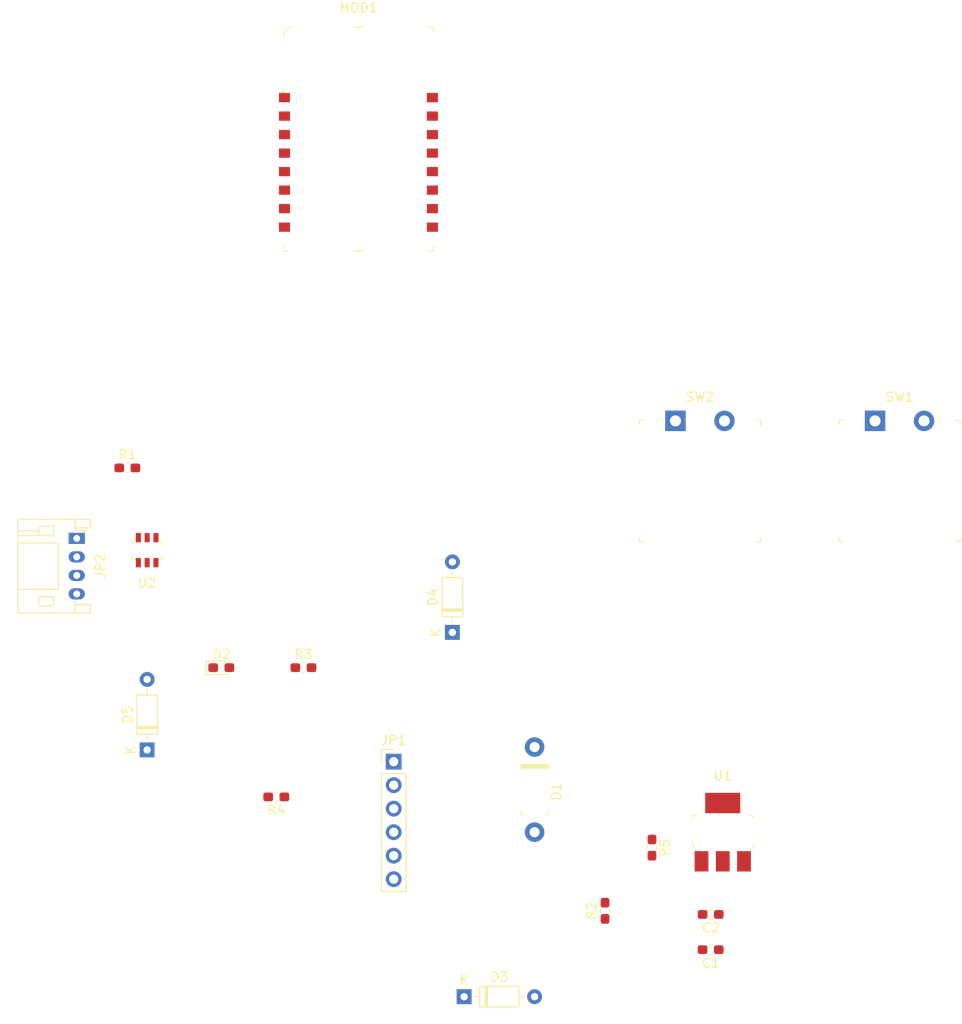
<source format=kicad_pcb>
(kicad_pcb (version 20171130) (host pcbnew 5.0.0+dfsg1-2)

  (general
    (thickness 1.6)
    (drawings 0)
    (tracks 0)
    (zones 0)
    (modules 19)
    (nets 27)
  )

  (page A4)
  (layers
    (0 F.Cu signal)
    (31 B.Cu signal)
    (32 B.Adhes user)
    (33 F.Adhes user)
    (34 B.Paste user)
    (35 F.Paste user)
    (36 B.SilkS user)
    (37 F.SilkS user)
    (38 B.Mask user)
    (39 F.Mask user)
    (40 Dwgs.User user)
    (41 Cmts.User user)
    (42 Eco1.User user)
    (43 Eco2.User user)
    (44 Edge.Cuts user)
    (45 Margin user)
    (46 B.CrtYd user)
    (47 F.CrtYd user)
    (48 B.Fab user)
    (49 F.Fab user)
  )

  (setup
    (last_trace_width 0.25)
    (trace_clearance 0.2)
    (zone_clearance 0.508)
    (zone_45_only no)
    (trace_min 0.2)
    (segment_width 0.2)
    (edge_width 0.15)
    (via_size 0.8)
    (via_drill 0.4)
    (via_min_size 0.4)
    (via_min_drill 0.3)
    (uvia_size 0.3)
    (uvia_drill 0.1)
    (uvias_allowed no)
    (uvia_min_size 0.2)
    (uvia_min_drill 0.1)
    (pcb_text_width 0.3)
    (pcb_text_size 1.5 1.5)
    (mod_edge_width 0.15)
    (mod_text_size 1 1)
    (mod_text_width 0.15)
    (pad_size 1.524 1.524)
    (pad_drill 0.762)
    (pad_to_mask_clearance 0.2)
    (aux_axis_origin 0 0)
    (visible_elements FFFFFF7F)
    (pcbplotparams
      (layerselection 0x010fc_ffffffff)
      (usegerberextensions false)
      (usegerberattributes false)
      (usegerberadvancedattributes false)
      (creategerberjobfile false)
      (excludeedgelayer true)
      (linewidth 0.100000)
      (plotframeref false)
      (viasonmask false)
      (mode 1)
      (useauxorigin false)
      (hpglpennumber 1)
      (hpglpenspeed 20)
      (hpglpendiameter 15.000000)
      (psnegative false)
      (psa4output false)
      (plotreference true)
      (plotvalue true)
      (plotinvisibletext false)
      (padsonsilk false)
      (subtractmaskfromsilk false)
      (outputformat 1)
      (mirror false)
      (drillshape 1)
      (scaleselection 1)
      (outputdirectory ""))
  )

  (net 0 "")
  (net 1 GND)
  (net 2 "Net-(C1-Pad1)")
  (net 3 +3V3)
  (net 4 +5V)
  (net 5 "Net-(D2-Pad1)")
  (net 6 /RESET_5V)
  (net 7 /RESET)
  (net 8 /RX0)
  (net 9 /RX0_5V)
  (net 10 /RX0*_5V)
  (net 11 /GPIO13)
  (net 12 "Net-(JP1-Pad1)")
  (net 13 /TX0)
  (net 14 "Net-(JP1-Pad5)")
  (net 15 /TX0*_5V)
  (net 16 "Net-(MOD1-Pad2)")
  (net 17 /CH_PD)
  (net 18 "Net-(MOD1-Pad4)")
  (net 19 "Net-(MOD1-Pad5)")
  (net 20 "Net-(MOD1-Pad6)")
  (net 21 /GPIO15)
  (net 22 /GPIO0)
  (net 23 "Net-(MOD1-Pad13)")
  (net 24 "Net-(MOD1-Pad14)")
  (net 25 /GPIO2)
  (net 26 "Net-(U1-Pad4)")

  (net_class Default "This is the default net class."
    (clearance 0.2)
    (trace_width 0.25)
    (via_dia 0.8)
    (via_drill 0.4)
    (uvia_dia 0.3)
    (uvia_drill 0.1)
    (add_net +3V3)
    (add_net +5V)
    (add_net /CH_PD)
    (add_net /GPIO0)
    (add_net /GPIO13)
    (add_net /GPIO15)
    (add_net /GPIO2)
    (add_net /RESET)
    (add_net /RESET_5V)
    (add_net /RX0)
    (add_net /RX0*_5V)
    (add_net /RX0_5V)
    (add_net /TX0)
    (add_net /TX0*_5V)
    (add_net GND)
    (add_net "Net-(C1-Pad1)")
    (add_net "Net-(D2-Pad1)")
    (add_net "Net-(JP1-Pad1)")
    (add_net "Net-(JP1-Pad5)")
    (add_net "Net-(MOD1-Pad13)")
    (add_net "Net-(MOD1-Pad14)")
    (add_net "Net-(MOD1-Pad2)")
    (add_net "Net-(MOD1-Pad4)")
    (add_net "Net-(MOD1-Pad5)")
    (add_net "Net-(MOD1-Pad6)")
    (add_net "Net-(U1-Pad4)")
  )

  (module Capacitor_SMD:C_0603_1608Metric_Pad1.05x0.95mm_HandSolder (layer F.Cu) (tedit 5B301BBE) (tstamp 5C11CC7F)
    (at 153.67 124.46 180)
    (descr "Capacitor SMD 0603 (1608 Metric), square (rectangular) end terminal, IPC_7351 nominal with elongated pad for handsoldering. (Body size source: http://www.tortai-tech.com/upload/download/2011102023233369053.pdf), generated with kicad-footprint-generator")
    (tags "capacitor handsolder")
    (path /5C0592B8)
    (attr smd)
    (fp_text reference C1 (at 0 -1.43 180) (layer F.SilkS)
      (effects (font (size 1 1) (thickness 0.15)))
    )
    (fp_text value 4.7uF (at 0 1.43 180) (layer F.Fab)
      (effects (font (size 1 1) (thickness 0.15)))
    )
    (fp_text user %R (at 0 0 180) (layer F.Fab)
      (effects (font (size 0.4 0.4) (thickness 0.06)))
    )
    (fp_line (start 1.65 0.73) (end -1.65 0.73) (layer F.CrtYd) (width 0.05))
    (fp_line (start 1.65 -0.73) (end 1.65 0.73) (layer F.CrtYd) (width 0.05))
    (fp_line (start -1.65 -0.73) (end 1.65 -0.73) (layer F.CrtYd) (width 0.05))
    (fp_line (start -1.65 0.73) (end -1.65 -0.73) (layer F.CrtYd) (width 0.05))
    (fp_line (start -0.171267 0.51) (end 0.171267 0.51) (layer F.SilkS) (width 0.12))
    (fp_line (start -0.171267 -0.51) (end 0.171267 -0.51) (layer F.SilkS) (width 0.12))
    (fp_line (start 0.8 0.4) (end -0.8 0.4) (layer F.Fab) (width 0.1))
    (fp_line (start 0.8 -0.4) (end 0.8 0.4) (layer F.Fab) (width 0.1))
    (fp_line (start -0.8 -0.4) (end 0.8 -0.4) (layer F.Fab) (width 0.1))
    (fp_line (start -0.8 0.4) (end -0.8 -0.4) (layer F.Fab) (width 0.1))
    (pad 2 smd roundrect (at 0.875 0 180) (size 1.05 0.95) (layers F.Cu F.Paste F.Mask) (roundrect_rratio 0.25)
      (net 1 GND))
    (pad 1 smd roundrect (at -0.875 0 180) (size 1.05 0.95) (layers F.Cu F.Paste F.Mask) (roundrect_rratio 0.25)
      (net 2 "Net-(C1-Pad1)"))
    (model ${KISYS3DMOD}/Capacitor_SMD.3dshapes/C_0603_1608Metric.wrl
      (at (xyz 0 0 0))
      (scale (xyz 1 1 1))
      (rotate (xyz 0 0 0))
    )
  )

  (module Capacitor_SMD:C_0603_1608Metric_Pad1.05x0.95mm_HandSolder (layer F.Cu) (tedit 5B301BBE) (tstamp 5C11DCD9)
    (at 153.67 120.65 180)
    (descr "Capacitor SMD 0603 (1608 Metric), square (rectangular) end terminal, IPC_7351 nominal with elongated pad for handsoldering. (Body size source: http://www.tortai-tech.com/upload/download/2011102023233369053.pdf), generated with kicad-footprint-generator")
    (tags "capacitor handsolder")
    (path /5C059A1E)
    (attr smd)
    (fp_text reference C2 (at 0 -1.43 180) (layer F.SilkS)
      (effects (font (size 1 1) (thickness 0.15)))
    )
    (fp_text value 4.7uF (at 0 1.43 180) (layer F.Fab)
      (effects (font (size 1 1) (thickness 0.15)))
    )
    (fp_line (start -0.8 0.4) (end -0.8 -0.4) (layer F.Fab) (width 0.1))
    (fp_line (start -0.8 -0.4) (end 0.8 -0.4) (layer F.Fab) (width 0.1))
    (fp_line (start 0.8 -0.4) (end 0.8 0.4) (layer F.Fab) (width 0.1))
    (fp_line (start 0.8 0.4) (end -0.8 0.4) (layer F.Fab) (width 0.1))
    (fp_line (start -0.171267 -0.51) (end 0.171267 -0.51) (layer F.SilkS) (width 0.12))
    (fp_line (start -0.171267 0.51) (end 0.171267 0.51) (layer F.SilkS) (width 0.12))
    (fp_line (start -1.65 0.73) (end -1.65 -0.73) (layer F.CrtYd) (width 0.05))
    (fp_line (start -1.65 -0.73) (end 1.65 -0.73) (layer F.CrtYd) (width 0.05))
    (fp_line (start 1.65 -0.73) (end 1.65 0.73) (layer F.CrtYd) (width 0.05))
    (fp_line (start 1.65 0.73) (end -1.65 0.73) (layer F.CrtYd) (width 0.05))
    (fp_text user %R (at 0 0 180) (layer F.Fab)
      (effects (font (size 0.4 0.4) (thickness 0.06)))
    )
    (pad 1 smd roundrect (at -0.875 0 180) (size 1.05 0.95) (layers F.Cu F.Paste F.Mask) (roundrect_rratio 0.25)
      (net 3 +3V3))
    (pad 2 smd roundrect (at 0.875 0 180) (size 1.05 0.95) (layers F.Cu F.Paste F.Mask) (roundrect_rratio 0.25)
      (net 1 GND))
    (model ${KISYS3DMOD}/Capacitor_SMD.3dshapes/C_0603_1608Metric.wrl
      (at (xyz 0 0 0))
      (scale (xyz 1 1 1))
      (rotate (xyz 0 0 0))
    )
  )

  (module digikey-footprints:DO-41 (layer F.Cu) (tedit 5AD0ADB9) (tstamp 5C11CCAA)
    (at 134.62 102.56 270)
    (path /5C0584C1)
    (fp_text reference D1 (at 4.8133 -2.34696 270) (layer F.SilkS)
      (effects (font (size 1 1) (thickness 0.15)))
    )
    (fp_text value 1N5817 (at 4.65074 2.47396 270) (layer F.Fab)
      (effects (font (size 1 1) (thickness 0.15)))
    )
    (fp_line (start -1.3 -1.65) (end -1.3 1.65) (layer F.CrtYd) (width 0.05))
    (fp_line (start 10.5 -1.65) (end -1.3 -1.65) (layer F.CrtYd) (width 0.05))
    (fp_line (start 10.5 1.65) (end -1.3 1.65) (layer F.CrtYd) (width 0.05))
    (fp_line (start 10.5 -1.65) (end 10.5 1.65) (layer F.CrtYd) (width 0.05))
    (fp_text user %R (at 4.725 0.075 270) (layer F.Fab)
      (effects (font (size 1 1) (thickness 0.15)))
    )
    (fp_line (start 1.875 1.475) (end 2.375 1.475) (layer F.SilkS) (width 0.1))
    (fp_line (start 2.475 -1.475) (end 1.875 -1.475) (layer F.SilkS) (width 0.1))
    (fp_line (start 1.875 -1.475) (end 1.875 1.475) (layer F.SilkS) (width 0.1))
    (fp_line (start 7.325 1.025) (end 7.325 1.475) (layer F.SilkS) (width 0.1))
    (fp_line (start 7.325 1.475) (end 6.925 1.475) (layer F.SilkS) (width 0.1))
    (fp_line (start 6.825 -1.475) (end 7.325 -1.475) (layer F.SilkS) (width 0.1))
    (fp_line (start 7.325 -1.475) (end 7.325 -1.1) (layer F.SilkS) (width 0.1))
    (fp_line (start 7.2 -1.35) (end 2 -1.35) (layer F.Fab) (width 0.1))
    (fp_line (start 7.2 -1.35) (end 7.2 1.35) (layer F.Fab) (width 0.1))
    (fp_line (start 2 1.35) (end 7.2 1.35) (layer F.Fab) (width 0.1))
    (fp_line (start 2 -1.35) (end 2 1.35) (layer F.Fab) (width 0.1))
    (fp_line (start 1.975 -1.475) (end 1.975 1.475) (layer F.SilkS) (width 0.1))
    (fp_line (start 2.075 -1.475) (end 2.075 1.475) (layer F.SilkS) (width 0.1))
    (fp_line (start 2.175 -1.475) (end 2.175 1.475) (layer F.SilkS) (width 0.1))
    (fp_line (start 2.275 -1.475) (end 2.275 1.475) (layer F.SilkS) (width 0.1))
    (pad K thru_hole circle (at 0 0 270) (size 2.1 2.1) (drill 1.1) (layers *.Cu *.Mask)
      (net 2 "Net-(C1-Pad1)"))
    (pad A thru_hole circle (at 9.2 0 270) (size 2.1 2.1) (drill 1.1) (layers *.Cu *.Mask)
      (net 4 +5V))
  )

  (module LED_SMD:LED_0603_1608Metric_Pad1.05x0.95mm_HandSolder (layer F.Cu) (tedit 5B4B45C9) (tstamp 5C11CCBD)
    (at 100.725 93.98)
    (descr "LED SMD 0603 (1608 Metric), square (rectangular) end terminal, IPC_7351 nominal, (Body size source: http://www.tortai-tech.com/upload/download/2011102023233369053.pdf), generated with kicad-footprint-generator")
    (tags "LED handsolder")
    (path /5C05BAFF)
    (attr smd)
    (fp_text reference D2 (at 0 -1.43) (layer F.SilkS)
      (effects (font (size 1 1) (thickness 0.15)))
    )
    (fp_text value LED (at 0 1.43) (layer F.Fab)
      (effects (font (size 1 1) (thickness 0.15)))
    )
    (fp_line (start 0.8 -0.4) (end -0.5 -0.4) (layer F.Fab) (width 0.1))
    (fp_line (start -0.5 -0.4) (end -0.8 -0.1) (layer F.Fab) (width 0.1))
    (fp_line (start -0.8 -0.1) (end -0.8 0.4) (layer F.Fab) (width 0.1))
    (fp_line (start -0.8 0.4) (end 0.8 0.4) (layer F.Fab) (width 0.1))
    (fp_line (start 0.8 0.4) (end 0.8 -0.4) (layer F.Fab) (width 0.1))
    (fp_line (start 0.8 -0.735) (end -1.66 -0.735) (layer F.SilkS) (width 0.12))
    (fp_line (start -1.66 -0.735) (end -1.66 0.735) (layer F.SilkS) (width 0.12))
    (fp_line (start -1.66 0.735) (end 0.8 0.735) (layer F.SilkS) (width 0.12))
    (fp_line (start -1.65 0.73) (end -1.65 -0.73) (layer F.CrtYd) (width 0.05))
    (fp_line (start -1.65 -0.73) (end 1.65 -0.73) (layer F.CrtYd) (width 0.05))
    (fp_line (start 1.65 -0.73) (end 1.65 0.73) (layer F.CrtYd) (width 0.05))
    (fp_line (start 1.65 0.73) (end -1.65 0.73) (layer F.CrtYd) (width 0.05))
    (fp_text user %R (at 0 0) (layer F.Fab)
      (effects (font (size 0.4 0.4) (thickness 0.06)))
    )
    (pad 1 smd roundrect (at -0.875 0) (size 1.05 0.95) (layers F.Cu F.Paste F.Mask) (roundrect_rratio 0.25)
      (net 5 "Net-(D2-Pad1)"))
    (pad 2 smd roundrect (at 0.875 0) (size 1.05 0.95) (layers F.Cu F.Paste F.Mask) (roundrect_rratio 0.25)
      (net 3 +3V3))
    (model ${KISYS3DMOD}/LED_SMD.3dshapes/LED_0603_1608Metric.wrl
      (at (xyz 0 0 0))
      (scale (xyz 1 1 1))
      (rotate (xyz 0 0 0))
    )
  )

  (module Diode_THT:D_DO-35_SOD27_P7.62mm_Horizontal (layer F.Cu) (tedit 5AE50CD5) (tstamp 5C11CCDC)
    (at 127 129.54)
    (descr "Diode, DO-35_SOD27 series, Axial, Horizontal, pin pitch=7.62mm, , length*diameter=4*2mm^2, , http://www.diodes.com/_files/packages/DO-35.pdf")
    (tags "Diode DO-35_SOD27 series Axial Horizontal pin pitch 7.62mm  length 4mm diameter 2mm")
    (path /5C079014)
    (fp_text reference D3 (at 3.81 -2.12) (layer F.SilkS)
      (effects (font (size 1 1) (thickness 0.15)))
    )
    (fp_text value 1N4148 (at 3.81 2.12) (layer F.Fab)
      (effects (font (size 1 1) (thickness 0.15)))
    )
    (fp_line (start 1.81 -1) (end 1.81 1) (layer F.Fab) (width 0.1))
    (fp_line (start 1.81 1) (end 5.81 1) (layer F.Fab) (width 0.1))
    (fp_line (start 5.81 1) (end 5.81 -1) (layer F.Fab) (width 0.1))
    (fp_line (start 5.81 -1) (end 1.81 -1) (layer F.Fab) (width 0.1))
    (fp_line (start 0 0) (end 1.81 0) (layer F.Fab) (width 0.1))
    (fp_line (start 7.62 0) (end 5.81 0) (layer F.Fab) (width 0.1))
    (fp_line (start 2.41 -1) (end 2.41 1) (layer F.Fab) (width 0.1))
    (fp_line (start 2.51 -1) (end 2.51 1) (layer F.Fab) (width 0.1))
    (fp_line (start 2.31 -1) (end 2.31 1) (layer F.Fab) (width 0.1))
    (fp_line (start 1.69 -1.12) (end 1.69 1.12) (layer F.SilkS) (width 0.12))
    (fp_line (start 1.69 1.12) (end 5.93 1.12) (layer F.SilkS) (width 0.12))
    (fp_line (start 5.93 1.12) (end 5.93 -1.12) (layer F.SilkS) (width 0.12))
    (fp_line (start 5.93 -1.12) (end 1.69 -1.12) (layer F.SilkS) (width 0.12))
    (fp_line (start 1.04 0) (end 1.69 0) (layer F.SilkS) (width 0.12))
    (fp_line (start 6.58 0) (end 5.93 0) (layer F.SilkS) (width 0.12))
    (fp_line (start 2.41 -1.12) (end 2.41 1.12) (layer F.SilkS) (width 0.12))
    (fp_line (start 2.53 -1.12) (end 2.53 1.12) (layer F.SilkS) (width 0.12))
    (fp_line (start 2.29 -1.12) (end 2.29 1.12) (layer F.SilkS) (width 0.12))
    (fp_line (start -1.05 -1.25) (end -1.05 1.25) (layer F.CrtYd) (width 0.05))
    (fp_line (start -1.05 1.25) (end 8.67 1.25) (layer F.CrtYd) (width 0.05))
    (fp_line (start 8.67 1.25) (end 8.67 -1.25) (layer F.CrtYd) (width 0.05))
    (fp_line (start 8.67 -1.25) (end -1.05 -1.25) (layer F.CrtYd) (width 0.05))
    (fp_text user %R (at 4.11 0) (layer F.Fab)
      (effects (font (size 0.8 0.8) (thickness 0.12)))
    )
    (fp_text user K (at 0 -1.8) (layer F.Fab)
      (effects (font (size 1 1) (thickness 0.15)))
    )
    (fp_text user K (at 0 -1.8) (layer F.SilkS)
      (effects (font (size 1 1) (thickness 0.15)))
    )
    (pad 1 thru_hole rect (at 0 0) (size 1.6 1.6) (drill 0.8) (layers *.Cu *.Mask)
      (net 6 /RESET_5V))
    (pad 2 thru_hole oval (at 7.62 0) (size 1.6 1.6) (drill 0.8) (layers *.Cu *.Mask)
      (net 7 /RESET))
    (model ${KISYS3DMOD}/Diode_THT.3dshapes/D_DO-35_SOD27_P7.62mm_Horizontal.wrl
      (at (xyz 0 0 0))
      (scale (xyz 1 1 1))
      (rotate (xyz 0 0 0))
    )
  )

  (module Diode_THT:D_DO-35_SOD27_P7.62mm_Horizontal (layer F.Cu) (tedit 5AE50CD5) (tstamp 5C11DA6B)
    (at 125.73 90.17 90)
    (descr "Diode, DO-35_SOD27 series, Axial, Horizontal, pin pitch=7.62mm, , length*diameter=4*2mm^2, , http://www.diodes.com/_files/packages/DO-35.pdf")
    (tags "Diode DO-35_SOD27 series Axial Horizontal pin pitch 7.62mm  length 4mm diameter 2mm")
    (path /5C0790A0)
    (fp_text reference D4 (at 3.81 -2.12 90) (layer F.SilkS)
      (effects (font (size 1 1) (thickness 0.15)))
    )
    (fp_text value 1N4148 (at 3.81 2.12 90) (layer F.Fab)
      (effects (font (size 1 1) (thickness 0.15)))
    )
    (fp_text user K (at 0 -1.8 90) (layer F.SilkS)
      (effects (font (size 1 1) (thickness 0.15)))
    )
    (fp_text user K (at 0 -1.8 90) (layer F.Fab)
      (effects (font (size 1 1) (thickness 0.15)))
    )
    (fp_text user %R (at 4.11 0 90) (layer F.Fab)
      (effects (font (size 0.8 0.8) (thickness 0.12)))
    )
    (fp_line (start 8.67 -1.25) (end -1.05 -1.25) (layer F.CrtYd) (width 0.05))
    (fp_line (start 8.67 1.25) (end 8.67 -1.25) (layer F.CrtYd) (width 0.05))
    (fp_line (start -1.05 1.25) (end 8.67 1.25) (layer F.CrtYd) (width 0.05))
    (fp_line (start -1.05 -1.25) (end -1.05 1.25) (layer F.CrtYd) (width 0.05))
    (fp_line (start 2.29 -1.12) (end 2.29 1.12) (layer F.SilkS) (width 0.12))
    (fp_line (start 2.53 -1.12) (end 2.53 1.12) (layer F.SilkS) (width 0.12))
    (fp_line (start 2.41 -1.12) (end 2.41 1.12) (layer F.SilkS) (width 0.12))
    (fp_line (start 6.58 0) (end 5.93 0) (layer F.SilkS) (width 0.12))
    (fp_line (start 1.04 0) (end 1.69 0) (layer F.SilkS) (width 0.12))
    (fp_line (start 5.93 -1.12) (end 1.69 -1.12) (layer F.SilkS) (width 0.12))
    (fp_line (start 5.93 1.12) (end 5.93 -1.12) (layer F.SilkS) (width 0.12))
    (fp_line (start 1.69 1.12) (end 5.93 1.12) (layer F.SilkS) (width 0.12))
    (fp_line (start 1.69 -1.12) (end 1.69 1.12) (layer F.SilkS) (width 0.12))
    (fp_line (start 2.31 -1) (end 2.31 1) (layer F.Fab) (width 0.1))
    (fp_line (start 2.51 -1) (end 2.51 1) (layer F.Fab) (width 0.1))
    (fp_line (start 2.41 -1) (end 2.41 1) (layer F.Fab) (width 0.1))
    (fp_line (start 7.62 0) (end 5.81 0) (layer F.Fab) (width 0.1))
    (fp_line (start 0 0) (end 1.81 0) (layer F.Fab) (width 0.1))
    (fp_line (start 5.81 -1) (end 1.81 -1) (layer F.Fab) (width 0.1))
    (fp_line (start 5.81 1) (end 5.81 -1) (layer F.Fab) (width 0.1))
    (fp_line (start 1.81 1) (end 5.81 1) (layer F.Fab) (width 0.1))
    (fp_line (start 1.81 -1) (end 1.81 1) (layer F.Fab) (width 0.1))
    (pad 2 thru_hole oval (at 7.62 0 90) (size 1.6 1.6) (drill 0.8) (layers *.Cu *.Mask)
      (net 8 /RX0))
    (pad 1 thru_hole rect (at 0 0 90) (size 1.6 1.6) (drill 0.8) (layers *.Cu *.Mask)
      (net 9 /RX0_5V))
    (model ${KISYS3DMOD}/Diode_THT.3dshapes/D_DO-35_SOD27_P7.62mm_Horizontal.wrl
      (at (xyz 0 0 0))
      (scale (xyz 1 1 1))
      (rotate (xyz 0 0 0))
    )
  )

  (module Diode_THT:D_DO-35_SOD27_P7.62mm_Horizontal (layer F.Cu) (tedit 5AE50CD5) (tstamp 5C11CD1A)
    (at 92.71 102.87 90)
    (descr "Diode, DO-35_SOD27 series, Axial, Horizontal, pin pitch=7.62mm, , length*diameter=4*2mm^2, , http://www.diodes.com/_files/packages/DO-35.pdf")
    (tags "Diode DO-35_SOD27 series Axial Horizontal pin pitch 7.62mm  length 4mm diameter 2mm")
    (path /5C0945D9)
    (fp_text reference D5 (at 3.81 -2.12 90) (layer F.SilkS)
      (effects (font (size 1 1) (thickness 0.15)))
    )
    (fp_text value 1N4148 (at 3.81 2.12 90) (layer F.Fab)
      (effects (font (size 1 1) (thickness 0.15)))
    )
    (fp_line (start 1.81 -1) (end 1.81 1) (layer F.Fab) (width 0.1))
    (fp_line (start 1.81 1) (end 5.81 1) (layer F.Fab) (width 0.1))
    (fp_line (start 5.81 1) (end 5.81 -1) (layer F.Fab) (width 0.1))
    (fp_line (start 5.81 -1) (end 1.81 -1) (layer F.Fab) (width 0.1))
    (fp_line (start 0 0) (end 1.81 0) (layer F.Fab) (width 0.1))
    (fp_line (start 7.62 0) (end 5.81 0) (layer F.Fab) (width 0.1))
    (fp_line (start 2.41 -1) (end 2.41 1) (layer F.Fab) (width 0.1))
    (fp_line (start 2.51 -1) (end 2.51 1) (layer F.Fab) (width 0.1))
    (fp_line (start 2.31 -1) (end 2.31 1) (layer F.Fab) (width 0.1))
    (fp_line (start 1.69 -1.12) (end 1.69 1.12) (layer F.SilkS) (width 0.12))
    (fp_line (start 1.69 1.12) (end 5.93 1.12) (layer F.SilkS) (width 0.12))
    (fp_line (start 5.93 1.12) (end 5.93 -1.12) (layer F.SilkS) (width 0.12))
    (fp_line (start 5.93 -1.12) (end 1.69 -1.12) (layer F.SilkS) (width 0.12))
    (fp_line (start 1.04 0) (end 1.69 0) (layer F.SilkS) (width 0.12))
    (fp_line (start 6.58 0) (end 5.93 0) (layer F.SilkS) (width 0.12))
    (fp_line (start 2.41 -1.12) (end 2.41 1.12) (layer F.SilkS) (width 0.12))
    (fp_line (start 2.53 -1.12) (end 2.53 1.12) (layer F.SilkS) (width 0.12))
    (fp_line (start 2.29 -1.12) (end 2.29 1.12) (layer F.SilkS) (width 0.12))
    (fp_line (start -1.05 -1.25) (end -1.05 1.25) (layer F.CrtYd) (width 0.05))
    (fp_line (start -1.05 1.25) (end 8.67 1.25) (layer F.CrtYd) (width 0.05))
    (fp_line (start 8.67 1.25) (end 8.67 -1.25) (layer F.CrtYd) (width 0.05))
    (fp_line (start 8.67 -1.25) (end -1.05 -1.25) (layer F.CrtYd) (width 0.05))
    (fp_text user %R (at 4.11 0 90) (layer F.Fab)
      (effects (font (size 0.8 0.8) (thickness 0.12)))
    )
    (fp_text user K (at 0 -1.8 90) (layer F.Fab)
      (effects (font (size 1 1) (thickness 0.15)))
    )
    (fp_text user K (at 0 -1.8 90) (layer F.SilkS)
      (effects (font (size 1 1) (thickness 0.15)))
    )
    (pad 1 thru_hole rect (at 0 0 90) (size 1.6 1.6) (drill 0.8) (layers *.Cu *.Mask)
      (net 10 /RX0*_5V))
    (pad 2 thru_hole oval (at 7.62 0 90) (size 1.6 1.6) (drill 0.8) (layers *.Cu *.Mask)
      (net 11 /GPIO13))
    (model ${KISYS3DMOD}/Diode_THT.3dshapes/D_DO-35_SOD27_P7.62mm_Horizontal.wrl
      (at (xyz 0 0 0))
      (scale (xyz 1 1 1))
      (rotate (xyz 0 0 0))
    )
  )

  (module Connector_PinHeader_2.54mm:PinHeader_1x06_P2.54mm_Vertical (layer F.Cu) (tedit 59FED5CC) (tstamp 5C11CD34)
    (at 119.38 104.14)
    (descr "Through hole straight pin header, 1x06, 2.54mm pitch, single row")
    (tags "Through hole pin header THT 1x06 2.54mm single row")
    (path /5C072C05)
    (fp_text reference JP1 (at 0 -2.33) (layer F.SilkS)
      (effects (font (size 1 1) (thickness 0.15)))
    )
    (fp_text value FTDI (at 0 15.03) (layer F.Fab)
      (effects (font (size 1 1) (thickness 0.15)))
    )
    (fp_line (start -0.635 -1.27) (end 1.27 -1.27) (layer F.Fab) (width 0.1))
    (fp_line (start 1.27 -1.27) (end 1.27 13.97) (layer F.Fab) (width 0.1))
    (fp_line (start 1.27 13.97) (end -1.27 13.97) (layer F.Fab) (width 0.1))
    (fp_line (start -1.27 13.97) (end -1.27 -0.635) (layer F.Fab) (width 0.1))
    (fp_line (start -1.27 -0.635) (end -0.635 -1.27) (layer F.Fab) (width 0.1))
    (fp_line (start -1.33 14.03) (end 1.33 14.03) (layer F.SilkS) (width 0.12))
    (fp_line (start -1.33 1.27) (end -1.33 14.03) (layer F.SilkS) (width 0.12))
    (fp_line (start 1.33 1.27) (end 1.33 14.03) (layer F.SilkS) (width 0.12))
    (fp_line (start -1.33 1.27) (end 1.33 1.27) (layer F.SilkS) (width 0.12))
    (fp_line (start -1.33 0) (end -1.33 -1.33) (layer F.SilkS) (width 0.12))
    (fp_line (start -1.33 -1.33) (end 0 -1.33) (layer F.SilkS) (width 0.12))
    (fp_line (start -1.8 -1.8) (end -1.8 14.5) (layer F.CrtYd) (width 0.05))
    (fp_line (start -1.8 14.5) (end 1.8 14.5) (layer F.CrtYd) (width 0.05))
    (fp_line (start 1.8 14.5) (end 1.8 -1.8) (layer F.CrtYd) (width 0.05))
    (fp_line (start 1.8 -1.8) (end -1.8 -1.8) (layer F.CrtYd) (width 0.05))
    (fp_text user %R (at 0 6.35 90) (layer F.Fab)
      (effects (font (size 1 1) (thickness 0.15)))
    )
    (pad 1 thru_hole rect (at 0 0) (size 1.7 1.7) (drill 1) (layers *.Cu *.Mask)
      (net 12 "Net-(JP1-Pad1)"))
    (pad 2 thru_hole oval (at 0 2.54) (size 1.7 1.7) (drill 1) (layers *.Cu *.Mask)
      (net 13 /TX0))
    (pad 3 thru_hole oval (at 0 5.08) (size 1.7 1.7) (drill 1) (layers *.Cu *.Mask)
      (net 9 /RX0_5V))
    (pad 4 thru_hole oval (at 0 7.62) (size 1.7 1.7) (drill 1) (layers *.Cu *.Mask)
      (net 4 +5V))
    (pad 5 thru_hole oval (at 0 10.16) (size 1.7 1.7) (drill 1) (layers *.Cu *.Mask)
      (net 14 "Net-(JP1-Pad5)"))
    (pad 6 thru_hole oval (at 0 12.7) (size 1.7 1.7) (drill 1) (layers *.Cu *.Mask)
      (net 1 GND))
    (model ${KISYS3DMOD}/Connector_PinHeader_2.54mm.3dshapes/PinHeader_1x06_P2.54mm_Vertical.wrl
      (at (xyz 0 0 0))
      (scale (xyz 1 1 1))
      (rotate (xyz 0 0 0))
    )
  )

  (module Connector_JST:JST_PH_S4B-PH-K_1x04_P2.00mm_Horizontal (layer F.Cu) (tedit 5A0EDEC2) (tstamp 5C11CD65)
    (at 85.09 80.01 270)
    (descr "JST PH series connector, S4B-PH-K (http://www.jst-mfg.com/product/pdf/eng/ePH.pdf), generated with kicad-footprint-generator")
    (tags "connector JST PH top entry")
    (path /5C087E09)
    (fp_text reference JP2 (at 3 -2.55 270) (layer F.SilkS)
      (effects (font (size 1 1) (thickness 0.15)))
    )
    (fp_text value "MITSU AC" (at 3 7.45 270) (layer F.Fab)
      (effects (font (size 1 1) (thickness 0.15)))
    )
    (fp_line (start -0.86 0.14) (end -1.14 0.14) (layer F.SilkS) (width 0.12))
    (fp_line (start -1.14 0.14) (end -1.14 -1.46) (layer F.SilkS) (width 0.12))
    (fp_line (start -1.14 -1.46) (end -2.06 -1.46) (layer F.SilkS) (width 0.12))
    (fp_line (start -2.06 -1.46) (end -2.06 6.36) (layer F.SilkS) (width 0.12))
    (fp_line (start -2.06 6.36) (end 8.06 6.36) (layer F.SilkS) (width 0.12))
    (fp_line (start 8.06 6.36) (end 8.06 -1.46) (layer F.SilkS) (width 0.12))
    (fp_line (start 8.06 -1.46) (end 7.14 -1.46) (layer F.SilkS) (width 0.12))
    (fp_line (start 7.14 -1.46) (end 7.14 0.14) (layer F.SilkS) (width 0.12))
    (fp_line (start 7.14 0.14) (end 6.86 0.14) (layer F.SilkS) (width 0.12))
    (fp_line (start 0.5 6.36) (end 0.5 2) (layer F.SilkS) (width 0.12))
    (fp_line (start 0.5 2) (end 5.5 2) (layer F.SilkS) (width 0.12))
    (fp_line (start 5.5 2) (end 5.5 6.36) (layer F.SilkS) (width 0.12))
    (fp_line (start -2.06 0.14) (end -1.14 0.14) (layer F.SilkS) (width 0.12))
    (fp_line (start 8.06 0.14) (end 7.14 0.14) (layer F.SilkS) (width 0.12))
    (fp_line (start -1.3 2.5) (end -1.3 4.1) (layer F.SilkS) (width 0.12))
    (fp_line (start -1.3 4.1) (end -0.3 4.1) (layer F.SilkS) (width 0.12))
    (fp_line (start -0.3 4.1) (end -0.3 2.5) (layer F.SilkS) (width 0.12))
    (fp_line (start -0.3 2.5) (end -1.3 2.5) (layer F.SilkS) (width 0.12))
    (fp_line (start 7.3 2.5) (end 7.3 4.1) (layer F.SilkS) (width 0.12))
    (fp_line (start 7.3 4.1) (end 6.3 4.1) (layer F.SilkS) (width 0.12))
    (fp_line (start 6.3 4.1) (end 6.3 2.5) (layer F.SilkS) (width 0.12))
    (fp_line (start 6.3 2.5) (end 7.3 2.5) (layer F.SilkS) (width 0.12))
    (fp_line (start -0.3 4.1) (end -0.3 6.36) (layer F.SilkS) (width 0.12))
    (fp_line (start -0.8 4.1) (end -0.8 6.36) (layer F.SilkS) (width 0.12))
    (fp_line (start -2.45 -1.85) (end -2.45 6.75) (layer F.CrtYd) (width 0.05))
    (fp_line (start -2.45 6.75) (end 8.45 6.75) (layer F.CrtYd) (width 0.05))
    (fp_line (start 8.45 6.75) (end 8.45 -1.85) (layer F.CrtYd) (width 0.05))
    (fp_line (start 8.45 -1.85) (end -2.45 -1.85) (layer F.CrtYd) (width 0.05))
    (fp_line (start -1.25 0.25) (end -1.25 -1.35) (layer F.Fab) (width 0.1))
    (fp_line (start -1.25 -1.35) (end -1.95 -1.35) (layer F.Fab) (width 0.1))
    (fp_line (start -1.95 -1.35) (end -1.95 6.25) (layer F.Fab) (width 0.1))
    (fp_line (start -1.95 6.25) (end 7.95 6.25) (layer F.Fab) (width 0.1))
    (fp_line (start 7.95 6.25) (end 7.95 -1.35) (layer F.Fab) (width 0.1))
    (fp_line (start 7.95 -1.35) (end 7.25 -1.35) (layer F.Fab) (width 0.1))
    (fp_line (start 7.25 -1.35) (end 7.25 0.25) (layer F.Fab) (width 0.1))
    (fp_line (start 7.25 0.25) (end -1.25 0.25) (layer F.Fab) (width 0.1))
    (fp_line (start -0.86 0.14) (end -0.86 -1.075) (layer F.SilkS) (width 0.12))
    (fp_line (start 0 0.875) (end -0.5 1.375) (layer F.Fab) (width 0.1))
    (fp_line (start -0.5 1.375) (end 0.5 1.375) (layer F.Fab) (width 0.1))
    (fp_line (start 0.5 1.375) (end 0 0.875) (layer F.Fab) (width 0.1))
    (fp_text user %R (at 3 2.5 270) (layer F.Fab)
      (effects (font (size 1 1) (thickness 0.15)))
    )
    (pad 1 thru_hole rect (at 0 0 270) (size 1.2 1.75) (drill 0.75) (layers *.Cu *.Mask)
      (net 15 /TX0*_5V))
    (pad 2 thru_hole oval (at 2 0 270) (size 1.2 1.75) (drill 0.75) (layers *.Cu *.Mask)
      (net 10 /RX0*_5V))
    (pad 3 thru_hole oval (at 4 0 270) (size 1.2 1.75) (drill 0.75) (layers *.Cu *.Mask)
      (net 4 +5V))
    (pad 4 thru_hole oval (at 6 0 270) (size 1.2 1.75) (drill 0.75) (layers *.Cu *.Mask)
      (net 1 GND))
    (model ${KISYS3DMOD}/Connector_JST.3dshapes/JST_PH_S4B-PH-K_1x04_P2.00mm_Horizontal.wrl
      (at (xyz 0 0 0))
      (scale (xyz 1 1 1))
      (rotate (xyz 0 0 0))
    )
  )

  (module digikey-footprints:WIFI_Module_ESP8266_2491 (layer F.Cu) (tedit 59C93F0F) (tstamp 5C11CD92)
    (at 115.57 39.37)
    (descr http://media.digikey.com/pdf/Data%20Sheets/Adafruit%20PDFs/ESP-12S_UM%20_Rev1.0_8-1-16.pdf)
    (path /5C05703F)
    (fp_text reference MOD1 (at 0 -16.7) (layer F.SilkS)
      (effects (font (size 1 1) (thickness 0.15)))
    )
    (fp_text value ESP12S (at 0 11.15) (layer F.Fab)
      (effects (font (size 1 1) (thickness 0.15)))
    )
    (fp_line (start -7.2 -14.6) (end -7.45 -14.6) (layer F.SilkS) (width 0.1))
    (fp_line (start -7.45 -14.6) (end -8.1 -13.95) (layer F.SilkS) (width 0.1))
    (fp_line (start -8.1 -13.95) (end -8.1 -13.6) (layer F.SilkS) (width 0.1))
    (fp_line (start -8 -13.9) (end -8 9.5) (layer F.Fab) (width 0.1))
    (fp_line (start -7.4 -14.5) (end 8 -14.5) (layer F.Fab) (width 0.1))
    (fp_line (start -8 -13.9) (end -7.4 -14.5) (layer F.Fab) (width 0.1))
    (fp_text user %R (at 0 0) (layer F.Fab)
      (effects (font (size 1 1) (thickness 0.15)))
    )
    (fp_line (start 8.85 9.75) (end -8.85 9.75) (layer F.CrtYd) (width 0.05))
    (fp_line (start -8.85 -14.75) (end -8.85 9.75) (layer F.CrtYd) (width 0.05))
    (fp_line (start 8.85 -14.75) (end 8.85 9.75) (layer F.CrtYd) (width 0.05))
    (fp_line (start 8.85 -14.75) (end -8.85 -14.75) (layer F.CrtYd) (width 0.05))
    (fp_line (start 0 9.6) (end -0.5 9.6) (layer F.SilkS) (width 0.1))
    (fp_line (start 0 9.6) (end 0.5 9.6) (layer F.SilkS) (width 0.1))
    (fp_line (start 0 -14.6) (end -0.5 -14.6) (layer F.SilkS) (width 0.1))
    (fp_line (start 0 -14.6) (end 0.5 -14.6) (layer F.SilkS) (width 0.1))
    (fp_line (start 8.1 9.6) (end 8.1 9.1) (layer F.SilkS) (width 0.1))
    (fp_line (start 8.1 9.6) (end 7.6 9.6) (layer F.SilkS) (width 0.1))
    (fp_line (start -8.1 9.6) (end -8.1 9.1) (layer F.SilkS) (width 0.1))
    (fp_line (start -8.1 9.6) (end -7.6 9.6) (layer F.SilkS) (width 0.1))
    (fp_line (start -8.1 -7.6) (end -8.1 -8.1) (layer F.SilkS) (width 0.1))
    (fp_line (start -8.1 -7.6) (end -8.6 -7.6) (layer F.SilkS) (width 0.1))
    (fp_line (start 8.1 -14.6) (end 8.1 -14.1) (layer F.SilkS) (width 0.1))
    (fp_line (start 8.1 -14.6) (end 7.6 -14.6) (layer F.SilkS) (width 0.1))
    (fp_line (start 8 9.5) (end 8 -14.5) (layer F.Fab) (width 0.1))
    (fp_line (start -8 9.5) (end 8 9.5) (layer F.Fab) (width 0.1))
    (pad 1 smd rect (at -8 -7) (size 1.2 1) (layers F.Cu F.Paste F.Mask)
      (net 7 /RESET))
    (pad 2 smd rect (at -8 -5) (size 1.2 1) (layers F.Cu F.Paste F.Mask)
      (net 16 "Net-(MOD1-Pad2)"))
    (pad 3 smd rect (at -8 -3) (size 1.2 1) (layers F.Cu F.Paste F.Mask)
      (net 17 /CH_PD))
    (pad 4 smd rect (at -8 -1) (size 1.2 1) (layers F.Cu F.Paste F.Mask)
      (net 18 "Net-(MOD1-Pad4)"))
    (pad 5 smd rect (at -8 1) (size 1.2 1) (layers F.Cu F.Paste F.Mask)
      (net 19 "Net-(MOD1-Pad5)"))
    (pad 6 smd rect (at -8 3) (size 1.2 1) (layers F.Cu F.Paste F.Mask)
      (net 20 "Net-(MOD1-Pad6)"))
    (pad 7 smd rect (at -8 5) (size 1.2 1) (layers F.Cu F.Paste F.Mask)
      (net 11 /GPIO13))
    (pad 8 smd rect (at -8 7) (size 1.2 1) (layers F.Cu F.Paste F.Mask)
      (net 3 +3V3))
    (pad 9 smd rect (at 8 7) (size 1.2 1) (layers F.Cu F.Paste F.Mask)
      (net 1 GND))
    (pad 10 smd rect (at 8 5) (size 1.2 1) (layers F.Cu F.Paste F.Mask)
      (net 21 /GPIO15))
    (pad 11 smd rect (at 8 3) (size 1.2 1) (layers F.Cu F.Paste F.Mask)
      (net 25 /GPIO2))
    (pad 12 smd rect (at 8 1) (size 1.2 1) (layers F.Cu F.Paste F.Mask)
      (net 22 /GPIO0))
    (pad 13 smd rect (at 8 -1) (size 1.2 1) (layers F.Cu F.Paste F.Mask)
      (net 23 "Net-(MOD1-Pad13)"))
    (pad 14 smd rect (at 8 -3) (size 1.2 1) (layers F.Cu F.Paste F.Mask)
      (net 24 "Net-(MOD1-Pad14)"))
    (pad 15 smd rect (at 8 -5) (size 1.2 1) (layers F.Cu F.Paste F.Mask)
      (net 8 /RX0))
    (pad 16 smd rect (at 8 -7) (size 1.2 1) (layers F.Cu F.Paste F.Mask)
      (net 13 /TX0))
  )

  (module Resistor_SMD:R_0603_1608Metric_Pad1.05x0.95mm_HandSolder (layer F.Cu) (tedit 5B301BBD) (tstamp 5C11CDA3)
    (at 90.565 72.39)
    (descr "Resistor SMD 0603 (1608 Metric), square (rectangular) end terminal, IPC_7351 nominal with elongated pad for handsoldering. (Body size source: http://www.tortai-tech.com/upload/download/2011102023233369053.pdf), generated with kicad-footprint-generator")
    (tags "resistor handsolder")
    (path /5C05C836)
    (attr smd)
    (fp_text reference R1 (at 0 -1.43) (layer F.SilkS)
      (effects (font (size 1 1) (thickness 0.15)))
    )
    (fp_text value 1K (at 0 1.43) (layer F.Fab)
      (effects (font (size 1 1) (thickness 0.15)))
    )
    (fp_line (start -0.8 0.4) (end -0.8 -0.4) (layer F.Fab) (width 0.1))
    (fp_line (start -0.8 -0.4) (end 0.8 -0.4) (layer F.Fab) (width 0.1))
    (fp_line (start 0.8 -0.4) (end 0.8 0.4) (layer F.Fab) (width 0.1))
    (fp_line (start 0.8 0.4) (end -0.8 0.4) (layer F.Fab) (width 0.1))
    (fp_line (start -0.171267 -0.51) (end 0.171267 -0.51) (layer F.SilkS) (width 0.12))
    (fp_line (start -0.171267 0.51) (end 0.171267 0.51) (layer F.SilkS) (width 0.12))
    (fp_line (start -1.65 0.73) (end -1.65 -0.73) (layer F.CrtYd) (width 0.05))
    (fp_line (start -1.65 -0.73) (end 1.65 -0.73) (layer F.CrtYd) (width 0.05))
    (fp_line (start 1.65 -0.73) (end 1.65 0.73) (layer F.CrtYd) (width 0.05))
    (fp_line (start 1.65 0.73) (end -1.65 0.73) (layer F.CrtYd) (width 0.05))
    (fp_text user %R (at 0 0) (layer F.Fab)
      (effects (font (size 0.4 0.4) (thickness 0.06)))
    )
    (pad 1 smd roundrect (at -0.875 0) (size 1.05 0.95) (layers F.Cu F.Paste F.Mask) (roundrect_rratio 0.25)
      (net 5 "Net-(D2-Pad1)"))
    (pad 2 smd roundrect (at 0.875 0) (size 1.05 0.95) (layers F.Cu F.Paste F.Mask) (roundrect_rratio 0.25)
      (net 22 /GPIO0))
    (model ${KISYS3DMOD}/Resistor_SMD.3dshapes/R_0603_1608Metric.wrl
      (at (xyz 0 0 0))
      (scale (xyz 1 1 1))
      (rotate (xyz 0 0 0))
    )
  )

  (module Resistor_SMD:R_0603_1608Metric_Pad1.05x0.95mm_HandSolder (layer F.Cu) (tedit 5B301BBD) (tstamp 5C11CDB4)
    (at 142.24 120.255 90)
    (descr "Resistor SMD 0603 (1608 Metric), square (rectangular) end terminal, IPC_7351 nominal with elongated pad for handsoldering. (Body size source: http://www.tortai-tech.com/upload/download/2011102023233369053.pdf), generated with kicad-footprint-generator")
    (tags "resistor handsolder")
    (path /5C0608D1)
    (attr smd)
    (fp_text reference R2 (at 0 -1.43 90) (layer F.SilkS)
      (effects (font (size 1 1) (thickness 0.15)))
    )
    (fp_text value 10K (at 0 1.43 90) (layer F.Fab)
      (effects (font (size 1 1) (thickness 0.15)))
    )
    (fp_text user %R (at 0 0 90) (layer F.Fab)
      (effects (font (size 0.4 0.4) (thickness 0.06)))
    )
    (fp_line (start 1.65 0.73) (end -1.65 0.73) (layer F.CrtYd) (width 0.05))
    (fp_line (start 1.65 -0.73) (end 1.65 0.73) (layer F.CrtYd) (width 0.05))
    (fp_line (start -1.65 -0.73) (end 1.65 -0.73) (layer F.CrtYd) (width 0.05))
    (fp_line (start -1.65 0.73) (end -1.65 -0.73) (layer F.CrtYd) (width 0.05))
    (fp_line (start -0.171267 0.51) (end 0.171267 0.51) (layer F.SilkS) (width 0.12))
    (fp_line (start -0.171267 -0.51) (end 0.171267 -0.51) (layer F.SilkS) (width 0.12))
    (fp_line (start 0.8 0.4) (end -0.8 0.4) (layer F.Fab) (width 0.1))
    (fp_line (start 0.8 -0.4) (end 0.8 0.4) (layer F.Fab) (width 0.1))
    (fp_line (start -0.8 -0.4) (end 0.8 -0.4) (layer F.Fab) (width 0.1))
    (fp_line (start -0.8 0.4) (end -0.8 -0.4) (layer F.Fab) (width 0.1))
    (pad 2 smd roundrect (at 0.875 0 90) (size 1.05 0.95) (layers F.Cu F.Paste F.Mask) (roundrect_rratio 0.25)
      (net 7 /RESET))
    (pad 1 smd roundrect (at -0.875 0 90) (size 1.05 0.95) (layers F.Cu F.Paste F.Mask) (roundrect_rratio 0.25)
      (net 3 +3V3))
    (model ${KISYS3DMOD}/Resistor_SMD.3dshapes/R_0603_1608Metric.wrl
      (at (xyz 0 0 0))
      (scale (xyz 1 1 1))
      (rotate (xyz 0 0 0))
    )
  )

  (module Resistor_SMD:R_0603_1608Metric_Pad1.05x0.95mm_HandSolder (layer F.Cu) (tedit 5B301BBD) (tstamp 5C11CDC5)
    (at 109.615 93.98)
    (descr "Resistor SMD 0603 (1608 Metric), square (rectangular) end terminal, IPC_7351 nominal with elongated pad for handsoldering. (Body size source: http://www.tortai-tech.com/upload/download/2011102023233369053.pdf), generated with kicad-footprint-generator")
    (tags "resistor handsolder")
    (path /5C05FCA8)
    (attr smd)
    (fp_text reference R3 (at 0 -1.43) (layer F.SilkS)
      (effects (font (size 1 1) (thickness 0.15)))
    )
    (fp_text value 10K (at 0 1.43) (layer F.Fab)
      (effects (font (size 1 1) (thickness 0.15)))
    )
    (fp_line (start -0.8 0.4) (end -0.8 -0.4) (layer F.Fab) (width 0.1))
    (fp_line (start -0.8 -0.4) (end 0.8 -0.4) (layer F.Fab) (width 0.1))
    (fp_line (start 0.8 -0.4) (end 0.8 0.4) (layer F.Fab) (width 0.1))
    (fp_line (start 0.8 0.4) (end -0.8 0.4) (layer F.Fab) (width 0.1))
    (fp_line (start -0.171267 -0.51) (end 0.171267 -0.51) (layer F.SilkS) (width 0.12))
    (fp_line (start -0.171267 0.51) (end 0.171267 0.51) (layer F.SilkS) (width 0.12))
    (fp_line (start -1.65 0.73) (end -1.65 -0.73) (layer F.CrtYd) (width 0.05))
    (fp_line (start -1.65 -0.73) (end 1.65 -0.73) (layer F.CrtYd) (width 0.05))
    (fp_line (start 1.65 -0.73) (end 1.65 0.73) (layer F.CrtYd) (width 0.05))
    (fp_line (start 1.65 0.73) (end -1.65 0.73) (layer F.CrtYd) (width 0.05))
    (fp_text user %R (at 0 0) (layer F.Fab)
      (effects (font (size 0.4 0.4) (thickness 0.06)))
    )
    (pad 1 smd roundrect (at -0.875 0) (size 1.05 0.95) (layers F.Cu F.Paste F.Mask) (roundrect_rratio 0.25)
      (net 3 +3V3))
    (pad 2 smd roundrect (at 0.875 0) (size 1.05 0.95) (layers F.Cu F.Paste F.Mask) (roundrect_rratio 0.25)
      (net 25 /GPIO2))
    (model ${KISYS3DMOD}/Resistor_SMD.3dshapes/R_0603_1608Metric.wrl
      (at (xyz 0 0 0))
      (scale (xyz 1 1 1))
      (rotate (xyz 0 0 0))
    )
  )

  (module Resistor_SMD:R_0603_1608Metric_Pad1.05x0.95mm_HandSolder (layer F.Cu) (tedit 5B301BBD) (tstamp 5C11D8CC)
    (at 106.68 107.95 180)
    (descr "Resistor SMD 0603 (1608 Metric), square (rectangular) end terminal, IPC_7351 nominal with elongated pad for handsoldering. (Body size source: http://www.tortai-tech.com/upload/download/2011102023233369053.pdf), generated with kicad-footprint-generator")
    (tags "resistor handsolder")
    (path /5C05FF88)
    (attr smd)
    (fp_text reference R4 (at 0 -1.43 180) (layer F.SilkS)
      (effects (font (size 1 1) (thickness 0.15)))
    )
    (fp_text value 10K (at 0 1.43 180) (layer F.Fab)
      (effects (font (size 1 1) (thickness 0.15)))
    )
    (fp_text user %R (at 0 0 180) (layer F.Fab)
      (effects (font (size 0.4 0.4) (thickness 0.06)))
    )
    (fp_line (start 1.65 0.73) (end -1.65 0.73) (layer F.CrtYd) (width 0.05))
    (fp_line (start 1.65 -0.73) (end 1.65 0.73) (layer F.CrtYd) (width 0.05))
    (fp_line (start -1.65 -0.73) (end 1.65 -0.73) (layer F.CrtYd) (width 0.05))
    (fp_line (start -1.65 0.73) (end -1.65 -0.73) (layer F.CrtYd) (width 0.05))
    (fp_line (start -0.171267 0.51) (end 0.171267 0.51) (layer F.SilkS) (width 0.12))
    (fp_line (start -0.171267 -0.51) (end 0.171267 -0.51) (layer F.SilkS) (width 0.12))
    (fp_line (start 0.8 0.4) (end -0.8 0.4) (layer F.Fab) (width 0.1))
    (fp_line (start 0.8 -0.4) (end 0.8 0.4) (layer F.Fab) (width 0.1))
    (fp_line (start -0.8 -0.4) (end 0.8 -0.4) (layer F.Fab) (width 0.1))
    (fp_line (start -0.8 0.4) (end -0.8 -0.4) (layer F.Fab) (width 0.1))
    (pad 2 smd roundrect (at 0.875 0 180) (size 1.05 0.95) (layers F.Cu F.Paste F.Mask) (roundrect_rratio 0.25)
      (net 17 /CH_PD))
    (pad 1 smd roundrect (at -0.875 0 180) (size 1.05 0.95) (layers F.Cu F.Paste F.Mask) (roundrect_rratio 0.25)
      (net 3 +3V3))
    (model ${KISYS3DMOD}/Resistor_SMD.3dshapes/R_0603_1608Metric.wrl
      (at (xyz 0 0 0))
      (scale (xyz 1 1 1))
      (rotate (xyz 0 0 0))
    )
  )

  (module Resistor_SMD:R_0603_1608Metric_Pad1.05x0.95mm_HandSolder (layer F.Cu) (tedit 5B301BBD) (tstamp 5C11CDE7)
    (at 147.32 113.425 270)
    (descr "Resistor SMD 0603 (1608 Metric), square (rectangular) end terminal, IPC_7351 nominal with elongated pad for handsoldering. (Body size source: http://www.tortai-tech.com/upload/download/2011102023233369053.pdf), generated with kicad-footprint-generator")
    (tags "resistor handsolder")
    (path /5C05FFBC)
    (attr smd)
    (fp_text reference R5 (at 0 -1.43 270) (layer F.SilkS)
      (effects (font (size 1 1) (thickness 0.15)))
    )
    (fp_text value 10K (at 0 1.43 270) (layer F.Fab)
      (effects (font (size 1 1) (thickness 0.15)))
    )
    (fp_line (start -0.8 0.4) (end -0.8 -0.4) (layer F.Fab) (width 0.1))
    (fp_line (start -0.8 -0.4) (end 0.8 -0.4) (layer F.Fab) (width 0.1))
    (fp_line (start 0.8 -0.4) (end 0.8 0.4) (layer F.Fab) (width 0.1))
    (fp_line (start 0.8 0.4) (end -0.8 0.4) (layer F.Fab) (width 0.1))
    (fp_line (start -0.171267 -0.51) (end 0.171267 -0.51) (layer F.SilkS) (width 0.12))
    (fp_line (start -0.171267 0.51) (end 0.171267 0.51) (layer F.SilkS) (width 0.12))
    (fp_line (start -1.65 0.73) (end -1.65 -0.73) (layer F.CrtYd) (width 0.05))
    (fp_line (start -1.65 -0.73) (end 1.65 -0.73) (layer F.CrtYd) (width 0.05))
    (fp_line (start 1.65 -0.73) (end 1.65 0.73) (layer F.CrtYd) (width 0.05))
    (fp_line (start 1.65 0.73) (end -1.65 0.73) (layer F.CrtYd) (width 0.05))
    (fp_text user %R (at 0 0 270) (layer F.Fab)
      (effects (font (size 0.4 0.4) (thickness 0.06)))
    )
    (pad 1 smd roundrect (at -0.875 0 270) (size 1.05 0.95) (layers F.Cu F.Paste F.Mask) (roundrect_rratio 0.25)
      (net 21 /GPIO15))
    (pad 2 smd roundrect (at 0.875 0 270) (size 1.05 0.95) (layers F.Cu F.Paste F.Mask) (roundrect_rratio 0.25)
      (net 1 GND))
    (model ${KISYS3DMOD}/Resistor_SMD.3dshapes/R_0603_1608Metric.wrl
      (at (xyz 0 0 0))
      (scale (xyz 1 1 1))
      (rotate (xyz 0 0 0))
    )
  )

  (module digikey-footprints:PushButton_12x12mm_THT_GPTS203211B (layer F.Cu) (tedit 5AFB65B9) (tstamp 5C11CDFE)
    (at 171.45 67.31)
    (path /5C05BDAF)
    (fp_text reference SW1 (at 2.65 -2.57) (layer F.SilkS)
      (effects (font (size 1 1) (thickness 0.15)))
    )
    (fp_text value GPTS203211B (at 2.65 14.45) (layer F.Fab)
      (effects (font (size 1 1) (thickness 0.15)))
    )
    (fp_line (start 9.4 -1.35) (end -4.1 -1.35) (layer F.CrtYd) (width 0.05))
    (fp_line (start -4.1 -1.35) (end -4.1 13.25) (layer F.CrtYd) (width 0.05))
    (fp_line (start 9.4 13.25) (end -4.1 13.25) (layer F.CrtYd) (width 0.05))
    (fp_line (start 9.4 -1.35) (end 9.4 13.25) (layer F.CrtYd) (width 0.05))
    (fp_text user %R (at 2.65 6.3) (layer F.Fab)
      (effects (font (size 1 1) (thickness 0.15)))
    )
    (fp_line (start 9.2 -0.05) (end 9.2 0.45) (layer F.SilkS) (width 0.1))
    (fp_line (start 9.2 -0.05) (end 8.7 -0.05) (layer F.SilkS) (width 0.1))
    (fp_line (start -3.9 -0.1) (end -3.9 0.4) (layer F.SilkS) (width 0.1))
    (fp_line (start -3.9 -0.1) (end -3.4 -0.1) (layer F.SilkS) (width 0.1))
    (fp_line (start -3.9 13.05) (end -3.9 12.55) (layer F.SilkS) (width 0.1))
    (fp_line (start -3.9 13.05) (end -3.4 13.05) (layer F.SilkS) (width 0.1))
    (fp_line (start 9.2 13.05) (end 9.2 12.55) (layer F.SilkS) (width 0.1))
    (fp_line (start 9.2 13.05) (end 8.7 13.05) (layer F.SilkS) (width 0.1))
    (fp_line (start -3.85 13) (end 9.15 13) (layer F.Fab) (width 0.1))
    (fp_line (start 9.15 0) (end 9.15 13) (layer F.Fab) (width 0.1))
    (fp_line (start -3.85 0) (end -3.85 13) (layer F.Fab) (width 0.1))
    (fp_line (start -3.85 0) (end 9.15 0) (layer F.Fab) (width 0.1))
    (pad 1 thru_hole rect (at 0 0) (size 2.2 2.2) (drill 1.2) (layers *.Cu *.Mask)
      (net 1 GND))
    (pad 2 thru_hole circle (at 5.3 0) (size 2.2 2.2) (drill 1.2) (layers *.Cu *.Mask)
      (net 22 /GPIO0))
  )

  (module digikey-footprints:PushButton_12x12mm_THT_GPTS203211B (layer F.Cu) (tedit 5AFB65B9) (tstamp 5C11CE15)
    (at 149.86 67.31)
    (path /5C05E246)
    (fp_text reference SW2 (at 2.65 -2.57) (layer F.SilkS)
      (effects (font (size 1 1) (thickness 0.15)))
    )
    (fp_text value GPTS203211B (at 2.65 14.45) (layer F.Fab)
      (effects (font (size 1 1) (thickness 0.15)))
    )
    (fp_line (start -3.85 0) (end 9.15 0) (layer F.Fab) (width 0.1))
    (fp_line (start -3.85 0) (end -3.85 13) (layer F.Fab) (width 0.1))
    (fp_line (start 9.15 0) (end 9.15 13) (layer F.Fab) (width 0.1))
    (fp_line (start -3.85 13) (end 9.15 13) (layer F.Fab) (width 0.1))
    (fp_line (start 9.2 13.05) (end 8.7 13.05) (layer F.SilkS) (width 0.1))
    (fp_line (start 9.2 13.05) (end 9.2 12.55) (layer F.SilkS) (width 0.1))
    (fp_line (start -3.9 13.05) (end -3.4 13.05) (layer F.SilkS) (width 0.1))
    (fp_line (start -3.9 13.05) (end -3.9 12.55) (layer F.SilkS) (width 0.1))
    (fp_line (start -3.9 -0.1) (end -3.4 -0.1) (layer F.SilkS) (width 0.1))
    (fp_line (start -3.9 -0.1) (end -3.9 0.4) (layer F.SilkS) (width 0.1))
    (fp_line (start 9.2 -0.05) (end 8.7 -0.05) (layer F.SilkS) (width 0.1))
    (fp_line (start 9.2 -0.05) (end 9.2 0.45) (layer F.SilkS) (width 0.1))
    (fp_text user %R (at 2.65 6.3) (layer F.Fab)
      (effects (font (size 1 1) (thickness 0.15)))
    )
    (fp_line (start 9.4 -1.35) (end 9.4 13.25) (layer F.CrtYd) (width 0.05))
    (fp_line (start 9.4 13.25) (end -4.1 13.25) (layer F.CrtYd) (width 0.05))
    (fp_line (start -4.1 -1.35) (end -4.1 13.25) (layer F.CrtYd) (width 0.05))
    (fp_line (start 9.4 -1.35) (end -4.1 -1.35) (layer F.CrtYd) (width 0.05))
    (pad 2 thru_hole circle (at 5.3 0) (size 2.2 2.2) (drill 1.2) (layers *.Cu *.Mask)
      (net 7 /RESET))
    (pad 1 thru_hole rect (at 0 0) (size 2.2 2.2) (drill 1.2) (layers *.Cu *.Mask)
      (net 1 GND))
  )

  (module digikey-footprints:SOT-223 (layer F.Cu) (tedit 5B07037E) (tstamp 5C11CE30)
    (at 154.975001 111.76)
    (path /5C057367)
    (fp_text reference U1 (at 0 -6.1) (layer F.SilkS)
      (effects (font (size 1 1) (thickness 0.15)))
    )
    (fp_text value AP2114H (at 0.15 5.65) (layer F.Fab)
      (effects (font (size 1 1) (thickness 0.15)))
    )
    (fp_line (start -3.275 0.975) (end -3.275 1.45) (layer F.SilkS) (width 0.1))
    (fp_line (start -3.275 1.45) (end -2.975 1.775) (layer F.SilkS) (width 0.1))
    (fp_line (start -2.975 1.775) (end -2.975 1.97) (layer F.SilkS) (width 0.1))
    (fp_line (start -3.45 4.45) (end 3.45 4.45) (layer F.CrtYd) (width 0.05))
    (fp_line (start -3.45 -4.45) (end -3.45 4.45) (layer F.CrtYd) (width 0.05))
    (fp_line (start 3.45 -4.45) (end -3.45 -4.45) (layer F.CrtYd) (width 0.05))
    (fp_line (start 3.45 -4.45) (end 3.45 4.45) (layer F.CrtYd) (width 0.05))
    (fp_line (start -3.15 1.35) (end -3.15 -1.65) (layer F.Fab) (width 0.1))
    (fp_line (start 3.15 1.65) (end -2.875 1.65) (layer F.Fab) (width 0.1))
    (fp_line (start -3.15 1.35) (end -2.875 1.65) (layer F.Fab) (width 0.1))
    (fp_line (start 3.275 1.3) (end 3.275 1.775) (layer F.SilkS) (width 0.1))
    (fp_line (start 3.275 1.775) (end 2.825 1.775) (layer F.SilkS) (width 0.1))
    (fp_line (start -2.775 -1.775) (end -3.275 -1.775) (layer F.SilkS) (width 0.1))
    (fp_line (start -3.275 -1.775) (end -3.275 -1.375) (layer F.SilkS) (width 0.1))
    (fp_line (start 2.9 -1.775) (end 3.275 -1.775) (layer F.SilkS) (width 0.1))
    (fp_line (start 3.275 -1.775) (end 3.275 -1.475) (layer F.SilkS) (width 0.1))
    (fp_text user %R (at -0.05 0.025) (layer F.Fab)
      (effects (font (size 1 1) (thickness 0.15)))
    )
    (fp_line (start -3.15 -1.65) (end 3.15 -1.65) (layer F.Fab) (width 0.1))
    (fp_line (start 3.15 -1.65) (end 3.15 1.65) (layer F.Fab) (width 0.1))
    (pad 3 smd rect (at 2.3 3.15) (size 1.5 2.2) (layers F.Cu F.Paste F.Mask)
      (net 2 "Net-(C1-Pad1)"))
    (pad 2 smd rect (at 0 3.15) (size 1.5 2.2) (layers F.Cu F.Paste F.Mask)
      (net 3 +3V3))
    (pad 1 smd rect (at -2.3 3.15) (size 1.5 2.2) (layers F.Cu F.Paste F.Mask)
      (net 1 GND))
    (pad 4 smd rect (at 0 -3.15) (size 3.8 2.2) (layers F.Cu F.Paste F.Mask)
      (net 26 "Net-(U1-Pad4)"))
  )

  (module digikey-footprints:SOT-23-6 (layer F.Cu) (tedit 59CD696B) (tstamp 5C11DE58)
    (at 92.71 81.28 180)
    (path /5C05158B)
    (fp_text reference U2 (at 0.025 -3.55 180) (layer F.SilkS)
      (effects (font (size 1 1) (thickness 0.15)))
    )
    (fp_text value SN74LVC1T45 (at -0.025 3.575 180) (layer F.Fab)
      (effects (font (size 1 1) (thickness 0.15)))
    )
    (fp_text user %R (at 0.025 0 180) (layer F.Fab)
      (effects (font (size 0.75 0.75) (thickness 0.075)))
    )
    (fp_line (start -1.825 2.1) (end -1.825 -2.1) (layer F.CrtYd) (width 0.05))
    (fp_line (start 1.825 2.1) (end -1.825 2.1) (layer F.CrtYd) (width 0.05))
    (fp_line (start 1.825 -2.1) (end 1.825 2.1) (layer F.CrtYd) (width 0.05))
    (fp_line (start -1.825 -2.1) (end 1.825 -2.1) (layer F.CrtYd) (width 0.05))
    (fp_line (start -1.3 1.65) (end -1.3 1.05) (layer F.SilkS) (width 0.1))
    (fp_line (start -1.3 1.05) (end -1.65 0.6) (layer F.SilkS) (width 0.1))
    (fp_line (start 1.525 0.875) (end -1.275 0.875) (layer F.Fab) (width 0.1))
    (fp_line (start -1.525 0.55) (end -1.525 -0.875) (layer F.Fab) (width 0.1))
    (fp_line (start -1.525 0.55) (end -1.275 0.875) (layer F.Fab) (width 0.1))
    (fp_line (start -1.3 -1) (end -1.65 -1) (layer F.SilkS) (width 0.1))
    (fp_line (start -1.65 -1) (end -1.65 -0.65) (layer F.SilkS) (width 0.1))
    (fp_line (start 1.65 0.65) (end 1.65 1) (layer F.SilkS) (width 0.1))
    (fp_line (start 1.65 1) (end 1.3 1) (layer F.SilkS) (width 0.1))
    (fp_line (start 1.3 -1) (end 1.65 -1) (layer F.SilkS) (width 0.1))
    (fp_line (start 1.65 -1) (end 1.65 -0.65) (layer F.SilkS) (width 0.1))
    (fp_line (start 1.525 -0.875) (end -1.525 -0.875) (layer F.Fab) (width 0.1))
    (fp_line (start 1.525 0.875) (end 1.525 -0.875) (layer F.Fab) (width 0.1))
    (pad 3 smd rect (at 0.95 1.35 180) (size 0.55 1) (layers F.Cu F.Paste F.Mask)
      (net 15 /TX0*_5V))
    (pad 2 smd rect (at 0 1.35 180) (size 0.55 1) (layers F.Cu F.Paste F.Mask)
      (net 1 GND))
    (pad 1 smd rect (at -0.95 1.35 180) (size 0.55 1) (layers F.Cu F.Paste F.Mask)
      (net 4 +5V))
    (pad 4 smd rect (at 0.95 -1.35 180) (size 0.55 1) (layers F.Cu F.Paste F.Mask)
      (net 21 /GPIO15))
    (pad 5 smd rect (at 0 -1.35 180) (size 0.55 1) (layers F.Cu F.Paste F.Mask)
      (net 1 GND))
    (pad 6 smd rect (at -0.95 -1.35 180) (size 0.55 1) (layers F.Cu F.Paste F.Mask)
      (net 3 +3V3))
  )

)

</source>
